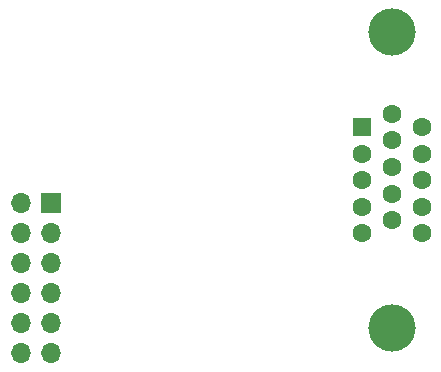
<source format=gbr>
%TF.GenerationSoftware,KiCad,Pcbnew,8.0.2*%
%TF.CreationDate,2024-06-11T02:39:08+02:00*%
%TF.ProjectId,tiny-vga,74696e79-2d76-4676-912e-6b696361645f,v1.0*%
%TF.SameCoordinates,Original*%
%TF.FileFunction,Soldermask,Bot*%
%TF.FilePolarity,Negative*%
%FSLAX46Y46*%
G04 Gerber Fmt 4.6, Leading zero omitted, Abs format (unit mm)*
G04 Created by KiCad (PCBNEW 8.0.2) date 2024-06-11 02:39:08*
%MOMM*%
%LPD*%
G01*
G04 APERTURE LIST*
%ADD10R,1.700000X1.700000*%
%ADD11O,1.700000X1.700000*%
%ADD12C,4.000000*%
%ADD13R,1.600000X1.600000*%
%ADD14C,1.600000*%
G04 APERTURE END LIST*
D10*
%TO.C,J1*%
X132540000Y-79460000D03*
D11*
X132540000Y-82000000D03*
X132540000Y-84540000D03*
X132540000Y-87080000D03*
X132540000Y-89620000D03*
X132540000Y-92160000D03*
X130000000Y-79460000D03*
X130000000Y-82000000D03*
X130000000Y-84540000D03*
X130000000Y-87080000D03*
X130000000Y-89620000D03*
X130000000Y-92160000D03*
%TD*%
D12*
%TO.C,J2*%
X161420000Y-90015000D03*
X161420000Y-65015000D03*
D13*
X158880000Y-73025000D03*
D14*
X158880000Y-75275000D03*
X158880000Y-77525000D03*
X158880000Y-79775000D03*
X158880000Y-82025000D03*
X161420000Y-71900000D03*
X161420000Y-74150000D03*
X161420000Y-76400000D03*
X161420000Y-78650000D03*
X161420000Y-80900000D03*
X163960000Y-73025000D03*
X163960000Y-75275000D03*
X163960000Y-77525000D03*
X163960000Y-79775000D03*
X163960000Y-82025000D03*
%TD*%
M02*

</source>
